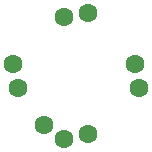
<source format=gbl>
%TF.GenerationSoftware,KiCad,Pcbnew,7.0.5*%
%TF.CreationDate,2023-06-18T14:53:09+02:00*%
%TF.ProjectId,RKJXM1015004_Angled,524b4a58-4d31-4303-9135-3030345f416e,rev?*%
%TF.SameCoordinates,Original*%
%TF.FileFunction,Copper,L2,Bot*%
%TF.FilePolarity,Positive*%
%FSLAX46Y46*%
G04 Gerber Fmt 4.6, Leading zero omitted, Abs format (unit mm)*
G04 Created by KiCad (PCBNEW 7.0.5) date 2023-06-18 14:53:09*
%MOMM*%
%LPD*%
G01*
G04 APERTURE LIST*
%TA.AperFunction,ComponentPad*%
%ADD10C,1.600000*%
%TD*%
G04 APERTURE END LIST*
D10*
X36264466Y-36650000D03*
X37964466Y-37850000D03*
X44314466Y-33500000D03*
X39964466Y-27150000D03*
X33614466Y-31500000D03*
X43914466Y-31500000D03*
X37964466Y-27550000D03*
X34014466Y-33500000D03*
X39964466Y-37450000D03*
M02*

</source>
